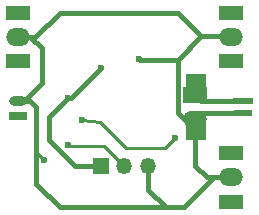
<source format=gbr>
%TF.GenerationSoftware,KiCad,Pcbnew,(5.1.10)-1*%
%TF.CreationDate,2022-03-19T18:42:39-07:00*%
%TF.ProjectId,project,70726f6a-6563-4742-9e6b-696361645f70,0.0*%
%TF.SameCoordinates,Original*%
%TF.FileFunction,Copper,L2,Bot*%
%TF.FilePolarity,Positive*%
%FSLAX46Y46*%
G04 Gerber Fmt 4.6, Leading zero omitted, Abs format (unit mm)*
G04 Created by KiCad (PCBNEW (5.1.10)-1) date 2022-03-19 18:42:39*
%MOMM*%
%LPD*%
G01*
G04 APERTURE LIST*
%TA.AperFunction,ComponentPad*%
%ADD10R,2.000000X1.350000*%
%TD*%
%TA.AperFunction,ComponentPad*%
%ADD11O,2.000000X1.350000*%
%TD*%
%TA.AperFunction,SMDPad,CuDef*%
%ADD12R,1.650000X0.600000*%
%TD*%
%TA.AperFunction,SMDPad,CuDef*%
%ADD13R,1.750000X0.600000*%
%TD*%
%TA.AperFunction,SMDPad,CuDef*%
%ADD14R,1.800000X1.600000*%
%TD*%
%TA.AperFunction,ComponentPad*%
%ADD15R,1.500000X0.800000*%
%TD*%
%TA.AperFunction,ComponentPad*%
%ADD16O,1.500000X0.800000*%
%TD*%
%TA.AperFunction,ComponentPad*%
%ADD17R,2.032000X1.250000*%
%TD*%
%TA.AperFunction,ComponentPad*%
%ADD18O,2.032000X1.500000*%
%TD*%
%TA.AperFunction,ComponentPad*%
%ADD19R,1.350000X1.350000*%
%TD*%
%TA.AperFunction,ComponentPad*%
%ADD20O,1.350000X1.350000*%
%TD*%
%TA.AperFunction,ViaPad*%
%ADD21C,0.600000*%
%TD*%
%TA.AperFunction,Conductor*%
%ADD22C,0.406400*%
%TD*%
%TA.AperFunction,Conductor*%
%ADD23C,0.254000*%
%TD*%
G04 APERTURE END LIST*
D10*
%TO.P,J2,1*%
%TO.N,Net-(F2-Pad1)*%
X145000000Y-92000000D03*
D11*
%TO.P,J2,2*%
%TO.N,GND*%
X145000000Y-94000000D03*
%TD*%
D12*
%TO.P,J1,1*%
%TO.N,GND*%
X149037500Y-93500000D03*
D13*
%TO.P,J1,2*%
%TO.N,Net-(F2-Pad1)*%
X149037500Y-92500000D03*
D14*
%TO.P,J1,1*%
%TO.N,GND*%
X145062500Y-95000000D03*
%TO.P,J1,2*%
%TO.N,Net-(F2-Pad1)*%
X145062500Y-91000000D03*
%TD*%
D15*
%TO.P,J3,1*%
%TO.N,Net-(F1-Pad1)*%
X130000000Y-93750000D03*
D16*
%TO.P,J3,2*%
%TO.N,GND*%
X130000000Y-92500000D03*
%TD*%
D17*
%TO.P,J6,1*%
%TO.N,Net-(J6-Pad1)*%
X148000000Y-101000000D03*
D18*
%TO.P,J6,2*%
%TO.N,GND*%
X148000000Y-98960000D03*
D17*
%TO.P,J6,3*%
%TO.N,Net-(J6-Pad3)*%
X148000000Y-96920000D03*
%TD*%
%TO.P,J5,1*%
%TO.N,Net-(J5-Pad1)*%
X130000000Y-85000000D03*
D18*
%TO.P,J5,2*%
%TO.N,GND*%
X130000000Y-87040000D03*
D17*
%TO.P,J5,3*%
%TO.N,Net-(J5-Pad3)*%
X130000000Y-89080000D03*
%TD*%
D19*
%TO.P,J4,1*%
%TO.N,VCC*%
X137000000Y-98000000D03*
D20*
%TO.P,J4,2*%
%TO.N,Net-(J4-Pad2)*%
X139000000Y-98000000D03*
%TO.P,J4,3*%
%TO.N,GND*%
X141000000Y-98000000D03*
%TD*%
D17*
%TO.P,J7,1*%
%TO.N,Net-(J7-Pad1)*%
X148000000Y-85000000D03*
D18*
%TO.P,J7,2*%
%TO.N,GND*%
X148000000Y-87040000D03*
D17*
%TO.P,J7,3*%
%TO.N,Net-(J7-Pad3)*%
X148000000Y-89080000D03*
%TD*%
D21*
%TO.N,GND*%
X140200000Y-88900000D03*
X132200000Y-97500000D03*
%TO.N,VCC*%
X134200000Y-92200000D03*
X137000000Y-89700000D03*
%TO.N,/UPDI*%
X143300000Y-95600000D03*
X135400000Y-94100000D03*
%TO.N,Net-(J4-Pad2)*%
X134200000Y-96200000D03*
%TD*%
D22*
%TO.N,GND*%
X149037500Y-93500000D02*
X145500000Y-93500000D01*
X145500000Y-93500000D02*
X145000000Y-94000000D01*
X145000000Y-94000000D02*
X145000000Y-94937500D01*
X145000000Y-94937500D02*
X145062500Y-95000000D01*
X148000000Y-98960000D02*
X145960000Y-98960000D01*
X145000000Y-98000000D02*
X145000000Y-94000000D01*
X145960000Y-98960000D02*
X145000000Y-98000000D01*
X145000000Y-94000000D02*
X144000000Y-94000000D01*
X144000000Y-94000000D02*
X143500000Y-93500000D01*
X143500000Y-93500000D02*
X143500000Y-89000000D01*
X145500000Y-87000000D02*
X148000000Y-87000000D01*
X143500000Y-89000000D02*
X145500000Y-87000000D01*
X148000000Y-98960000D02*
X146540000Y-98960000D01*
X131000000Y-92500000D02*
X130000000Y-92500000D01*
X131500000Y-93000000D02*
X131000000Y-92500000D01*
X133500000Y-101500000D02*
X131500000Y-99500000D01*
X144000000Y-101500000D02*
X143500000Y-101500000D01*
X143500000Y-101500000D02*
X133500000Y-101500000D01*
X146540000Y-98960000D02*
X144000000Y-101500000D01*
X143500000Y-101500000D02*
X142500000Y-101500000D01*
X141000000Y-100000000D02*
X141000000Y-98000000D01*
X142500000Y-101500000D02*
X141000000Y-100000000D01*
X130000000Y-92500000D02*
X130500000Y-92500000D01*
X130500000Y-92500000D02*
X132000000Y-91000000D01*
X132000000Y-91000000D02*
X132000000Y-88000000D01*
X132000000Y-88000000D02*
X131040000Y-87040000D01*
X131040000Y-87040000D02*
X130000000Y-87040000D01*
X145500000Y-87000000D02*
X143500000Y-85000000D01*
X143500000Y-85000000D02*
X139000000Y-85000000D01*
X139000000Y-85000000D02*
X137000000Y-85000000D01*
X133500000Y-85000000D02*
X131460000Y-87040000D01*
X136500000Y-85000000D02*
X133500000Y-85000000D01*
X131460000Y-87040000D02*
X131040000Y-87040000D01*
X137000000Y-85000000D02*
X136500000Y-85000000D01*
X140300000Y-89000000D02*
X143500000Y-89000000D01*
X140200000Y-88900000D02*
X140300000Y-89000000D01*
D23*
X131500000Y-96800000D02*
X131500000Y-96700000D01*
X132200000Y-97500000D02*
X131500000Y-96800000D01*
D22*
X131500000Y-96700000D02*
X131500000Y-93000000D01*
X131500000Y-99500000D02*
X131500000Y-96700000D01*
%TO.N,VCC*%
X137000000Y-98000000D02*
X134800000Y-98000000D01*
X134800000Y-98000000D02*
X132600000Y-95800000D01*
X132600000Y-95800000D02*
X132600000Y-93800000D01*
X132600000Y-93800000D02*
X134200000Y-92200000D01*
X134200000Y-92200000D02*
X134500000Y-92200000D01*
X134500000Y-92200000D02*
X137000000Y-89700000D01*
%TO.N,Net-(F2-Pad1)*%
X145000000Y-92000000D02*
X145000000Y-91062500D01*
X145000000Y-91062500D02*
X145062500Y-91000000D01*
X149037500Y-92500000D02*
X145500000Y-92500000D01*
X145500000Y-92500000D02*
X145000000Y-92000000D01*
D23*
%TO.N,/UPDI*%
X142400000Y-96500000D02*
X143300000Y-95600000D01*
X139100000Y-96500000D02*
X142400000Y-96500000D01*
X136900000Y-94300000D02*
X139100000Y-96500000D01*
X135400000Y-94100000D02*
X136900000Y-94300000D01*
%TO.N,Net-(J4-Pad2)*%
X137300000Y-96300000D02*
X139000000Y-98000000D01*
X134300000Y-96300000D02*
X137300000Y-96300000D01*
X134200000Y-96200000D02*
X134300000Y-96300000D01*
%TD*%
M02*

</source>
